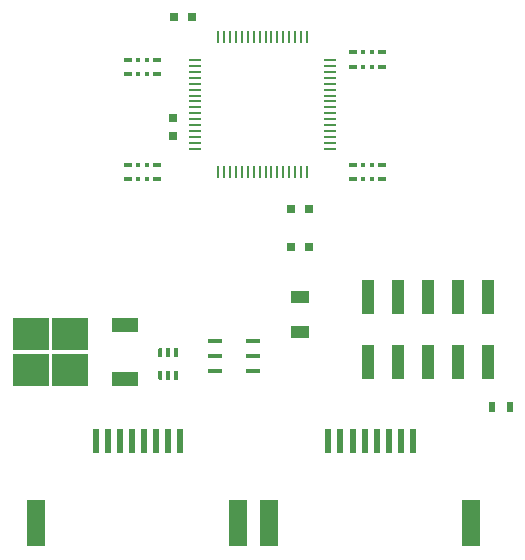
<source format=gtp>
%TF.GenerationSoftware,KiCad,Pcbnew,(5.0.1)-3*%
%TF.CreationDate,2018-12-23T11:38:55+11:00*%
%TF.ProjectId,4Channel-SSR-Switch,344368616E6E656C2D5353522D537769,1.2*%
%TF.SameCoordinates,PX7c25018PY96ca4b8*%
%TF.FileFunction,Paste,Top*%
%TF.FilePolarity,Positive*%
%FSLAX46Y46*%
G04 Gerber Fmt 4.6, Leading zero omitted, Abs format (unit mm)*
G04 Created by KiCad (PCBNEW (5.0.1)-3) date 23/12/2018 11:38:55 AM*
%MOMM*%
%LPD*%
G01*
G04 APERTURE LIST*
%ADD10C,0.100000*%
%ADD11R,1.219200X0.406400*%
%ADD12R,0.350000X0.800000*%
%ADD13R,0.800000X0.750000*%
%ADD14R,0.750000X0.800000*%
%ADD15R,1.500000X4.000000*%
%ADD16R,0.600000X2.100000*%
%ADD17R,0.500000X0.900000*%
%ADD18R,0.650000X0.400000*%
%ADD19R,0.450000X0.400000*%
%ADD20R,1.000000X0.250000*%
%ADD21R,0.250000X1.000000*%
%ADD22R,2.200000X1.200000*%
%ADD23R,3.050000X2.750000*%
%ADD24R,1.600000X1.000000*%
%ADD25R,1.000000X3.000000*%
G04 APERTURE END LIST*
D10*
%TO.C,D1*%
G36*
X14058445Y18729000D02*
X14359000Y18729000D01*
X14359000Y17978080D01*
X14058445Y17978080D01*
X14058445Y18729000D01*
G37*
G36*
X14708858Y18729000D02*
X15009000Y18729000D01*
X15009000Y17977750D01*
X14708858Y17977750D01*
X14708858Y18729000D01*
G37*
G36*
X15359413Y18729000D02*
X15659000Y18729000D01*
X15659000Y17977910D01*
X15359413Y17977910D01*
X15359413Y18729000D01*
G37*
G36*
X15659000Y19879043D02*
X15359037Y19879043D01*
X15359037Y20629000D01*
X15659000Y20629000D01*
X15659000Y19879043D01*
G37*
G36*
X15009000Y19879076D02*
X14708980Y19879076D01*
X14708980Y20629000D01*
X15009000Y20629000D01*
X15009000Y19879076D01*
G37*
G36*
X14359000Y19880111D02*
X14057454Y19880111D01*
X14057454Y20629000D01*
X14359000Y20629000D01*
X14359000Y19880111D01*
G37*
%TD*%
D11*
%TO.C,ZD1*%
X18846800Y21209000D03*
X18846800Y19939000D03*
X18846800Y18669000D03*
X22047200Y18669000D03*
X22047200Y19939000D03*
X22047200Y21209000D03*
%TD*%
D12*
%TO.C,D1*%
X14209000Y18354000D03*
X14859000Y18354000D03*
X15509000Y18354000D03*
X15509000Y20254000D03*
X14859000Y20254000D03*
X14209000Y20254000D03*
%TD*%
D13*
%TO.C,C2*%
X26785000Y29210000D03*
X25285000Y29210000D03*
%TD*%
%TO.C,C3*%
X16879000Y48641000D03*
X15379000Y48641000D03*
%TD*%
%TO.C,C4*%
X26785000Y32385000D03*
X25285000Y32385000D03*
%TD*%
D14*
%TO.C,C5*%
X15240000Y38620000D03*
X15240000Y40120000D03*
%TD*%
D15*
%TO.C,J1*%
X23370000Y5835000D03*
D16*
X35570000Y12815000D03*
X34550000Y12815000D03*
X33530000Y12815000D03*
X32510000Y12815000D03*
X31490000Y12815000D03*
X30470000Y12815000D03*
X29450000Y12815000D03*
X28430000Y12815000D03*
D15*
X40470000Y5835000D03*
%TD*%
%TO.C,J2*%
X3685000Y5835000D03*
D16*
X15885000Y12815000D03*
X14865000Y12815000D03*
X13845000Y12815000D03*
X12825000Y12815000D03*
X11805000Y12815000D03*
X10785000Y12815000D03*
X9765000Y12815000D03*
X8745000Y12815000D03*
D15*
X20785000Y5835000D03*
%TD*%
D17*
%TO.C,R1*%
X42315000Y15621000D03*
X43815000Y15621000D03*
%TD*%
D18*
%TO.C,RP1*%
X11500000Y36160000D03*
X11500000Y34960000D03*
X13900000Y36160000D03*
X13900000Y34960000D03*
D19*
X12300000Y36160000D03*
X13100000Y36160000D03*
X13100000Y34960000D03*
X12300000Y34960000D03*
%TD*%
D18*
%TO.C,RP2*%
X32950000Y44485000D03*
X32950000Y45685000D03*
X30550000Y44485000D03*
X30550000Y45685000D03*
D19*
X32150000Y44485000D03*
X31350000Y44485000D03*
X31350000Y45685000D03*
X32150000Y45685000D03*
%TD*%
D18*
%TO.C,RP3*%
X13900000Y43850000D03*
X13900000Y45050000D03*
X11500000Y43850000D03*
X11500000Y45050000D03*
D19*
X13100000Y43850000D03*
X12300000Y43850000D03*
X12300000Y45050000D03*
X13100000Y45050000D03*
%TD*%
D18*
%TO.C,RP4*%
X32950000Y34960000D03*
X32950000Y36160000D03*
X30550000Y34960000D03*
X30550000Y36160000D03*
D19*
X32150000Y34960000D03*
X31350000Y34960000D03*
X31350000Y36160000D03*
X32150000Y36160000D03*
%TD*%
D20*
%TO.C,U2*%
X17160000Y45025000D03*
X17160000Y44525000D03*
X17160000Y44025000D03*
X17160000Y43525000D03*
X17160000Y43025000D03*
X17160000Y42525000D03*
X17160000Y42025000D03*
X17160000Y41525000D03*
X17160000Y41025000D03*
X17160000Y40525000D03*
X17160000Y40025000D03*
X17160000Y39525000D03*
X17160000Y39025000D03*
X17160000Y38525000D03*
X17160000Y38025000D03*
X17160000Y37525000D03*
D21*
X19110000Y35575000D03*
X19610000Y35575000D03*
X20110000Y35575000D03*
X20610000Y35575000D03*
X21110000Y35575000D03*
X21610000Y35575000D03*
X22110000Y35575000D03*
X22610000Y35575000D03*
X23110000Y35575000D03*
X23610000Y35575000D03*
X24110000Y35575000D03*
X24610000Y35575000D03*
X25110000Y35575000D03*
X25610000Y35575000D03*
X26110000Y35575000D03*
X26610000Y35575000D03*
D20*
X28560000Y37525000D03*
X28560000Y38025000D03*
X28560000Y38525000D03*
X28560000Y39025000D03*
X28560000Y39525000D03*
X28560000Y40025000D03*
X28560000Y40525000D03*
X28560000Y41025000D03*
X28560000Y41525000D03*
X28560000Y42025000D03*
X28560000Y42525000D03*
X28560000Y43025000D03*
X28560000Y43525000D03*
X28560000Y44025000D03*
X28560000Y44525000D03*
X28560000Y45025000D03*
D21*
X26610000Y46975000D03*
X26110000Y46975000D03*
X25610000Y46975000D03*
X25110000Y46975000D03*
X24610000Y46975000D03*
X24110000Y46975000D03*
X23610000Y46975000D03*
X23110000Y46975000D03*
X22610000Y46975000D03*
X22110000Y46975000D03*
X21610000Y46975000D03*
X21110000Y46975000D03*
X20610000Y46975000D03*
X20110000Y46975000D03*
X19610000Y46975000D03*
X19110000Y46975000D03*
%TD*%
D22*
%TO.C,U1*%
X11185000Y18040000D03*
X11185000Y22600000D03*
D23*
X3210000Y21845000D03*
X6560000Y18795000D03*
X3210000Y18795000D03*
X6560000Y21845000D03*
%TD*%
D24*
%TO.C,C1*%
X26035000Y21995000D03*
X26035000Y24995000D03*
%TD*%
D25*
%TO.C,P1*%
X31750000Y19455000D03*
X31750000Y24995000D03*
X34290000Y19455000D03*
X34290000Y24995000D03*
X36830000Y19455000D03*
X36830000Y24995000D03*
X39370000Y19455000D03*
X39370000Y24995000D03*
X41910000Y19455000D03*
X41910000Y24995000D03*
%TD*%
M02*

</source>
